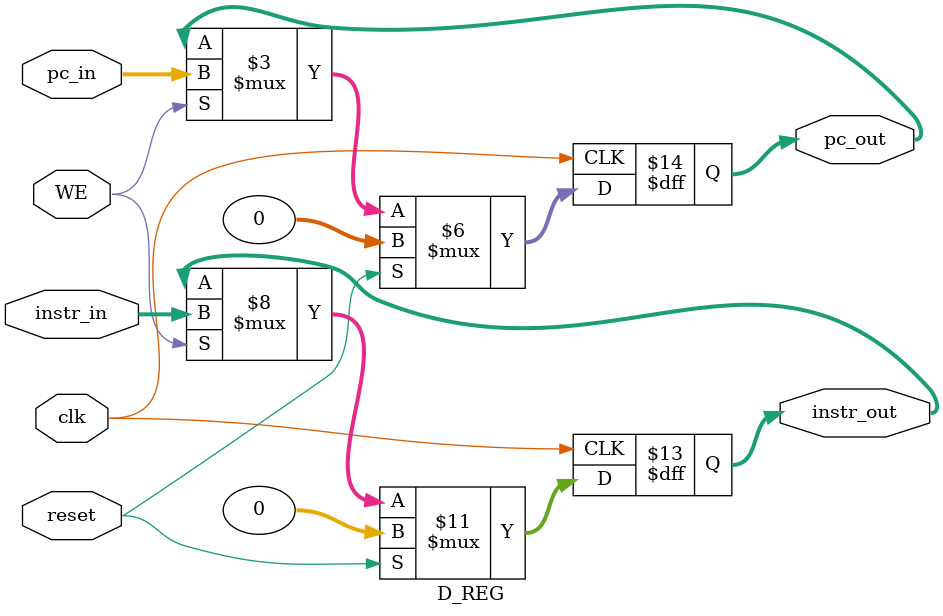
<source format=v>
`timescale 1ns / 1ps
module D_REG(
    input clk,
    input reset,
    input WE,
    input [31:0] instr_in,
    input [31:0] pc_in,
    output reg [31:0] instr_out,
    output reg [31:0] pc_out
    );
	 
	 initial begin
	 instr_out <= 0;
	 pc_out <= 0;
	 end
	 
	 always@(posedge clk) begin
	 if(reset) begin
	 instr_out <= 0;
	 pc_out <= 0;
	 end
	 else if(WE) begin
	 instr_out <= instr_in;
	 pc_out <= pc_in;
	 end
	 end
	 


endmodule

</source>
